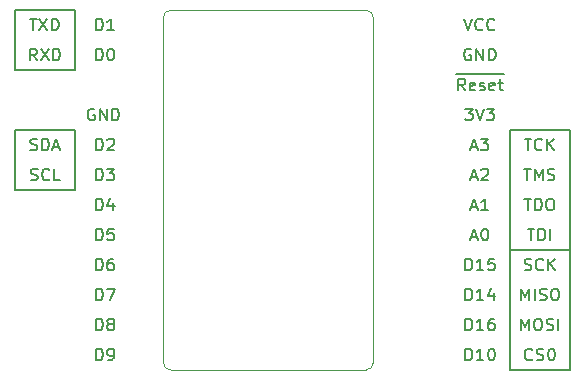
<source format=gbr>
%TF.GenerationSoftware,KiCad,Pcbnew,5.1.5+dfsg1-2~bpo10+1*%
%TF.CreationDate,Date%
%TF.ProjectId,ProMicro_TEST,50726f4d-6963-4726-9f5f-544553542e6b,v1.0*%
%TF.SameCoordinates,Original*%
%TF.FileFunction,Other,Comment*%
%FSLAX45Y45*%
G04 Gerber Fmt 4.5, Leading zero omitted, Abs format (unit mm)*
G04 Created by KiCad*
%MOMM*%
%LPD*%
G04 APERTURE LIST*
%ADD10C,0.100000*%
%ADD11C,0.150000*%
G04 APERTURE END LIST*
D10*
X127000Y2857500D02*
X127000Y-63500D01*
X-1651000Y-63500D02*
X-1651000Y2857500D01*
D11*
X-2400300Y2921000D02*
X-2400300Y2413000D01*
X-2908300Y2921000D02*
X-2400300Y2921000D01*
X-2908300Y2413000D02*
X-2908300Y2921000D01*
X-2400300Y2413000D02*
X-2908300Y2413000D01*
X-2908300Y1905000D02*
X-2400300Y1905000D01*
X-2908300Y1397000D02*
X-2908300Y1905000D01*
X-2400300Y1397000D02*
X-2908300Y1397000D01*
X-2400300Y1905000D02*
X-2400300Y1397000D01*
X1790700Y-127000D02*
X1790700Y889000D01*
X1282700Y-127000D02*
X1790700Y-127000D01*
X1282700Y889000D02*
X1282700Y-127000D01*
X1790700Y1905000D02*
X1282700Y1905000D01*
X1790700Y889000D02*
X1790700Y1905000D01*
X1282700Y889000D02*
X1790700Y889000D01*
X1282700Y1905000D02*
X1282700Y889000D01*
X1408128Y1832762D02*
X1465271Y1832762D01*
X1436700Y1732762D02*
X1436700Y1832762D01*
X1555748Y1742286D02*
X1550986Y1737524D01*
X1536700Y1732762D01*
X1527176Y1732762D01*
X1512890Y1737524D01*
X1503367Y1747048D01*
X1498605Y1756571D01*
X1493843Y1775619D01*
X1493843Y1789905D01*
X1498605Y1808952D01*
X1503367Y1818476D01*
X1512890Y1828000D01*
X1527176Y1832762D01*
X1536700Y1832762D01*
X1550986Y1828000D01*
X1555748Y1823238D01*
X1598605Y1732762D02*
X1598605Y1832762D01*
X1655748Y1732762D02*
X1612890Y1789905D01*
X1655748Y1832762D02*
X1598605Y1775619D01*
X1405748Y1324762D02*
X1462890Y1324762D01*
X1434319Y1224762D02*
X1434319Y1324762D01*
X1496224Y1224762D02*
X1496224Y1324762D01*
X1520033Y1324762D01*
X1534319Y1320000D01*
X1543843Y1310476D01*
X1548605Y1300952D01*
X1553367Y1281905D01*
X1553367Y1267619D01*
X1548605Y1248572D01*
X1543843Y1239048D01*
X1534319Y1229524D01*
X1520033Y1224762D01*
X1496224Y1224762D01*
X1615271Y1324762D02*
X1634319Y1324762D01*
X1643843Y1320000D01*
X1653367Y1310476D01*
X1658128Y1291429D01*
X1658128Y1258095D01*
X1653367Y1239048D01*
X1643843Y1229524D01*
X1634319Y1224762D01*
X1615271Y1224762D01*
X1605748Y1229524D01*
X1596224Y1239048D01*
X1591462Y1258095D01*
X1591462Y1291429D01*
X1596224Y1310476D01*
X1605748Y1320000D01*
X1615271Y1324762D01*
X1403367Y1578762D02*
X1460509Y1578762D01*
X1431938Y1478762D02*
X1431938Y1578762D01*
X1493843Y1478762D02*
X1493843Y1578762D01*
X1527176Y1507333D01*
X1560509Y1578762D01*
X1560509Y1478762D01*
X1603367Y1483524D02*
X1617652Y1478762D01*
X1641462Y1478762D01*
X1650986Y1483524D01*
X1655748Y1488286D01*
X1660509Y1497810D01*
X1660509Y1507333D01*
X1655748Y1516857D01*
X1650986Y1521619D01*
X1641462Y1526381D01*
X1622414Y1531143D01*
X1612890Y1535905D01*
X1608128Y1540667D01*
X1603367Y1550190D01*
X1603367Y1559714D01*
X1608128Y1569238D01*
X1612890Y1574000D01*
X1622414Y1578762D01*
X1646224Y1578762D01*
X1660509Y1574000D01*
X1434319Y1070762D02*
X1491462Y1070762D01*
X1462890Y970762D02*
X1462890Y1070762D01*
X1524795Y970762D02*
X1524795Y1070762D01*
X1548605Y1070762D01*
X1562890Y1066000D01*
X1572414Y1056476D01*
X1577176Y1046952D01*
X1581938Y1027905D01*
X1581938Y1013619D01*
X1577176Y994571D01*
X1572414Y985048D01*
X1562890Y975524D01*
X1548605Y970762D01*
X1524795Y970762D01*
X1624795Y970762D02*
X1624795Y1070762D01*
X1472414Y-35714D02*
X1467652Y-40476D01*
X1453367Y-45238D01*
X1443843Y-45238D01*
X1429557Y-40476D01*
X1420033Y-30952D01*
X1415271Y-21429D01*
X1410509Y-2381D01*
X1410509Y11905D01*
X1415271Y30952D01*
X1420033Y40476D01*
X1429557Y50000D01*
X1443843Y54762D01*
X1453367Y54762D01*
X1467652Y50000D01*
X1472414Y45238D01*
X1510509Y-40476D02*
X1524795Y-45238D01*
X1548605Y-45238D01*
X1558128Y-40476D01*
X1562890Y-35714D01*
X1567652Y-26190D01*
X1567652Y-16667D01*
X1562890Y-7143D01*
X1558128Y-2381D01*
X1548605Y2381D01*
X1529557Y7143D01*
X1520033Y11905D01*
X1515271Y16667D01*
X1510509Y26190D01*
X1510509Y35714D01*
X1515271Y45238D01*
X1520033Y50000D01*
X1529557Y54762D01*
X1553367Y54762D01*
X1567652Y50000D01*
X1629557Y54762D02*
X1639081Y54762D01*
X1648605Y50000D01*
X1653367Y45238D01*
X1658128Y35714D01*
X1662890Y16667D01*
X1662890Y-7143D01*
X1658128Y-26190D01*
X1653367Y-35714D01*
X1648605Y-40476D01*
X1639081Y-45238D01*
X1629557Y-45238D01*
X1620033Y-40476D01*
X1615271Y-35714D01*
X1610509Y-26190D01*
X1605748Y-7143D01*
X1605748Y16667D01*
X1610509Y35714D01*
X1615271Y45238D01*
X1620033Y50000D01*
X1629557Y54762D01*
X1379557Y462762D02*
X1379557Y562762D01*
X1412890Y491333D01*
X1446224Y562762D01*
X1446224Y462762D01*
X1493843Y462762D02*
X1493843Y562762D01*
X1536700Y467524D02*
X1550986Y462762D01*
X1574795Y462762D01*
X1584319Y467524D01*
X1589081Y472286D01*
X1593843Y481810D01*
X1593843Y491333D01*
X1589081Y500857D01*
X1584319Y505619D01*
X1574795Y510381D01*
X1555748Y515143D01*
X1546224Y519905D01*
X1541462Y524667D01*
X1536700Y534191D01*
X1536700Y543714D01*
X1541462Y553238D01*
X1546224Y558000D01*
X1555748Y562762D01*
X1579557Y562762D01*
X1593843Y558000D01*
X1655748Y562762D02*
X1674795Y562762D01*
X1684319Y558000D01*
X1693843Y548476D01*
X1698605Y529429D01*
X1698605Y496095D01*
X1693843Y477048D01*
X1684319Y467524D01*
X1674795Y462762D01*
X1655748Y462762D01*
X1646224Y467524D01*
X1636700Y477048D01*
X1631938Y496095D01*
X1631938Y529429D01*
X1636700Y548476D01*
X1646224Y558000D01*
X1655748Y562762D01*
X1379557Y208762D02*
X1379557Y308762D01*
X1412890Y237333D01*
X1446224Y308762D01*
X1446224Y208762D01*
X1512890Y308762D02*
X1531938Y308762D01*
X1541462Y304000D01*
X1550986Y294476D01*
X1555748Y275429D01*
X1555748Y242095D01*
X1550986Y223048D01*
X1541462Y213524D01*
X1531938Y208762D01*
X1512890Y208762D01*
X1503367Y213524D01*
X1493843Y223048D01*
X1489081Y242095D01*
X1489081Y275429D01*
X1493843Y294476D01*
X1503367Y304000D01*
X1512890Y308762D01*
X1593843Y213524D02*
X1608128Y208762D01*
X1631938Y208762D01*
X1641462Y213524D01*
X1646224Y218286D01*
X1650986Y227810D01*
X1650986Y237333D01*
X1646224Y246857D01*
X1641462Y251619D01*
X1631938Y256381D01*
X1612890Y261143D01*
X1603367Y265905D01*
X1598605Y270667D01*
X1593843Y280191D01*
X1593843Y289714D01*
X1598605Y299238D01*
X1603367Y304000D01*
X1612890Y308762D01*
X1636700Y308762D01*
X1650986Y304000D01*
X1693843Y208762D02*
X1693843Y308762D01*
X1408128Y721524D02*
X1422414Y716762D01*
X1446224Y716762D01*
X1455748Y721524D01*
X1460509Y726286D01*
X1465271Y735810D01*
X1465271Y745333D01*
X1460509Y754857D01*
X1455748Y759619D01*
X1446224Y764381D01*
X1427176Y769143D01*
X1417652Y773905D01*
X1412890Y778667D01*
X1408128Y788190D01*
X1408128Y797714D01*
X1412890Y807238D01*
X1417652Y812000D01*
X1427176Y816762D01*
X1450986Y816762D01*
X1465271Y812000D01*
X1565271Y726286D02*
X1560509Y721524D01*
X1546224Y716762D01*
X1536700Y716762D01*
X1522414Y721524D01*
X1512890Y731048D01*
X1508128Y740571D01*
X1503367Y759619D01*
X1503367Y773905D01*
X1508128Y792952D01*
X1512890Y802476D01*
X1522414Y812000D01*
X1536700Y816762D01*
X1546224Y816762D01*
X1560509Y812000D01*
X1565271Y807238D01*
X1608128Y716762D02*
X1608128Y816762D01*
X1665271Y716762D02*
X1622414Y773905D01*
X1665271Y816762D02*
X1608128Y759619D01*
X957271Y1253333D02*
X1004890Y1253333D01*
X947748Y1224762D02*
X981081Y1324762D01*
X1014414Y1224762D01*
X1100129Y1224762D02*
X1042986Y1224762D01*
X1071557Y1224762D02*
X1071557Y1324762D01*
X1062033Y1310476D01*
X1052510Y1300952D01*
X1042986Y1296191D01*
X904890Y2086762D02*
X966795Y2086762D01*
X933462Y2048667D01*
X947748Y2048667D01*
X957271Y2043905D01*
X962033Y2039143D01*
X966795Y2029619D01*
X966795Y2005810D01*
X962033Y1996286D01*
X957271Y1991524D01*
X947748Y1986762D01*
X919176Y1986762D01*
X909652Y1991524D01*
X904890Y1996286D01*
X995367Y2086762D02*
X1028700Y1986762D01*
X1062033Y2086762D01*
X1085843Y2086762D02*
X1147748Y2086762D01*
X1114414Y2048667D01*
X1128700Y2048667D01*
X1138224Y2043905D01*
X1142986Y2039143D01*
X1147748Y2029619D01*
X1147748Y2005810D01*
X1142986Y1996286D01*
X1138224Y1991524D01*
X1128700Y1986762D01*
X1100129Y1986762D01*
X1090605Y1991524D01*
X1085843Y1996286D01*
X952509Y2590000D02*
X942986Y2594762D01*
X928700Y2594762D01*
X914414Y2590000D01*
X904890Y2580476D01*
X900128Y2570952D01*
X895367Y2551905D01*
X895367Y2537619D01*
X900128Y2518572D01*
X904890Y2509048D01*
X914414Y2499524D01*
X928700Y2494762D01*
X938224Y2494762D01*
X952509Y2499524D01*
X957271Y2504286D01*
X957271Y2537619D01*
X938224Y2537619D01*
X1000128Y2494762D02*
X1000128Y2594762D01*
X1057271Y2494762D01*
X1057271Y2594762D01*
X1104890Y2494762D02*
X1104890Y2594762D01*
X1128700Y2594762D01*
X1142986Y2590000D01*
X1152510Y2580476D01*
X1157271Y2570952D01*
X1162033Y2551905D01*
X1162033Y2537619D01*
X1157271Y2518572D01*
X1152510Y2509048D01*
X1142986Y2499524D01*
X1128700Y2494762D01*
X1104890Y2494762D01*
X823938Y2377500D02*
X923938Y2377500D01*
X904890Y2240762D02*
X871557Y2288381D01*
X847748Y2240762D02*
X847748Y2340762D01*
X885843Y2340762D01*
X895367Y2336000D01*
X900128Y2331238D01*
X904890Y2321714D01*
X904890Y2307429D01*
X900128Y2297905D01*
X895367Y2293143D01*
X885843Y2288381D01*
X847748Y2288381D01*
X923938Y2377500D02*
X1009652Y2377500D01*
X985843Y2245524D02*
X976319Y2240762D01*
X957271Y2240762D01*
X947748Y2245524D01*
X942986Y2255048D01*
X942986Y2293143D01*
X947748Y2302667D01*
X957271Y2307429D01*
X976319Y2307429D01*
X985843Y2302667D01*
X990605Y2293143D01*
X990605Y2283619D01*
X942986Y2274095D01*
X1009652Y2377500D02*
X1090605Y2377500D01*
X1028700Y2245524D02*
X1038224Y2240762D01*
X1057271Y2240762D01*
X1066795Y2245524D01*
X1071557Y2255048D01*
X1071557Y2259810D01*
X1066795Y2269333D01*
X1057271Y2274095D01*
X1042986Y2274095D01*
X1033462Y2278857D01*
X1028700Y2288381D01*
X1028700Y2293143D01*
X1033462Y2302667D01*
X1042986Y2307429D01*
X1057271Y2307429D01*
X1066795Y2302667D01*
X1090605Y2377500D02*
X1176319Y2377500D01*
X1152510Y2245524D02*
X1142986Y2240762D01*
X1123938Y2240762D01*
X1114414Y2245524D01*
X1109652Y2255048D01*
X1109652Y2293143D01*
X1114414Y2302667D01*
X1123938Y2307429D01*
X1142986Y2307429D01*
X1152510Y2302667D01*
X1157271Y2293143D01*
X1157271Y2283619D01*
X1109652Y2274095D01*
X1176319Y2377500D02*
X1233462Y2377500D01*
X1185843Y2307429D02*
X1223938Y2307429D01*
X1200129Y2340762D02*
X1200129Y2255048D01*
X1204890Y2245524D01*
X1214414Y2240762D01*
X1223938Y2240762D01*
X907271Y-45238D02*
X907271Y54762D01*
X931081Y54762D01*
X945367Y50000D01*
X954890Y40476D01*
X959652Y30952D01*
X964414Y11905D01*
X964414Y-2381D01*
X959652Y-21429D01*
X954890Y-30952D01*
X945367Y-40476D01*
X931081Y-45238D01*
X907271Y-45238D01*
X1059652Y-45238D02*
X1002509Y-45238D01*
X1031081Y-45238D02*
X1031081Y54762D01*
X1021557Y40476D01*
X1012033Y30952D01*
X1002509Y26190D01*
X1121557Y54762D02*
X1131081Y54762D01*
X1140605Y50000D01*
X1145367Y45238D01*
X1150129Y35714D01*
X1154890Y16667D01*
X1154890Y-7143D01*
X1150129Y-26190D01*
X1145367Y-35714D01*
X1140605Y-40476D01*
X1131081Y-45238D01*
X1121557Y-45238D01*
X1112033Y-40476D01*
X1107271Y-35714D01*
X1102510Y-26190D01*
X1097748Y-7143D01*
X1097748Y16667D01*
X1102510Y35714D01*
X1107271Y45238D01*
X1112033Y50000D01*
X1121557Y54762D01*
X957271Y1507333D02*
X1004890Y1507333D01*
X947748Y1478762D02*
X981081Y1578762D01*
X1014414Y1478762D01*
X1042986Y1569238D02*
X1047748Y1574000D01*
X1057271Y1578762D01*
X1081081Y1578762D01*
X1090605Y1574000D01*
X1095367Y1569238D01*
X1100129Y1559714D01*
X1100129Y1550190D01*
X1095367Y1535905D01*
X1038224Y1478762D01*
X1100129Y1478762D01*
X895367Y2848762D02*
X928700Y2748762D01*
X962033Y2848762D01*
X1052510Y2758286D02*
X1047748Y2753524D01*
X1033462Y2748762D01*
X1023938Y2748762D01*
X1009652Y2753524D01*
X1000128Y2763048D01*
X995367Y2772572D01*
X990605Y2791619D01*
X990605Y2805905D01*
X995367Y2824952D01*
X1000128Y2834476D01*
X1009652Y2844000D01*
X1023938Y2848762D01*
X1033462Y2848762D01*
X1047748Y2844000D01*
X1052510Y2839238D01*
X1152510Y2758286D02*
X1147748Y2753524D01*
X1133462Y2748762D01*
X1123938Y2748762D01*
X1109652Y2753524D01*
X1100129Y2763048D01*
X1095367Y2772572D01*
X1090605Y2791619D01*
X1090605Y2805905D01*
X1095367Y2824952D01*
X1100129Y2834476D01*
X1109652Y2844000D01*
X1123938Y2848762D01*
X1133462Y2848762D01*
X1147748Y2844000D01*
X1152510Y2839238D01*
X907271Y462762D02*
X907271Y562762D01*
X931081Y562762D01*
X945367Y558000D01*
X954890Y548476D01*
X959652Y538952D01*
X964414Y519905D01*
X964414Y505619D01*
X959652Y486571D01*
X954890Y477048D01*
X945367Y467524D01*
X931081Y462762D01*
X907271Y462762D01*
X1059652Y462762D02*
X1002509Y462762D01*
X1031081Y462762D02*
X1031081Y562762D01*
X1021557Y548476D01*
X1012033Y538952D01*
X1002509Y534191D01*
X1145367Y529429D02*
X1145367Y462762D01*
X1121557Y567524D02*
X1097748Y496095D01*
X1159652Y496095D01*
X907271Y208762D02*
X907271Y308762D01*
X931081Y308762D01*
X945367Y304000D01*
X954890Y294476D01*
X959652Y284952D01*
X964414Y265905D01*
X964414Y251619D01*
X959652Y232571D01*
X954890Y223048D01*
X945367Y213524D01*
X931081Y208762D01*
X907271Y208762D01*
X1059652Y208762D02*
X1002509Y208762D01*
X1031081Y208762D02*
X1031081Y308762D01*
X1021557Y294476D01*
X1012033Y284952D01*
X1002509Y280191D01*
X1145367Y308762D02*
X1126319Y308762D01*
X1116795Y304000D01*
X1112033Y299238D01*
X1102510Y284952D01*
X1097748Y265905D01*
X1097748Y227810D01*
X1102510Y218286D01*
X1107271Y213524D01*
X1116795Y208762D01*
X1135843Y208762D01*
X1145367Y213524D01*
X1150129Y218286D01*
X1154890Y227810D01*
X1154890Y251619D01*
X1150129Y261143D01*
X1145367Y265905D01*
X1135843Y270667D01*
X1116795Y270667D01*
X1107271Y265905D01*
X1102510Y261143D01*
X1097748Y251619D01*
X907271Y716762D02*
X907271Y816762D01*
X931081Y816762D01*
X945367Y812000D01*
X954890Y802476D01*
X959652Y792952D01*
X964414Y773905D01*
X964414Y759619D01*
X959652Y740571D01*
X954890Y731048D01*
X945367Y721524D01*
X931081Y716762D01*
X907271Y716762D01*
X1059652Y716762D02*
X1002509Y716762D01*
X1031081Y716762D02*
X1031081Y816762D01*
X1021557Y802476D01*
X1012033Y792952D01*
X1002509Y788190D01*
X1150129Y816762D02*
X1102510Y816762D01*
X1097748Y769143D01*
X1102510Y773905D01*
X1112033Y778667D01*
X1135843Y778667D01*
X1145367Y773905D01*
X1150129Y769143D01*
X1154890Y759619D01*
X1154890Y735810D01*
X1150129Y726286D01*
X1145367Y721524D01*
X1135843Y716762D01*
X1112033Y716762D01*
X1102510Y721524D01*
X1097748Y726286D01*
X957271Y1761333D02*
X1004890Y1761333D01*
X947748Y1732762D02*
X981081Y1832762D01*
X1014414Y1732762D01*
X1038224Y1832762D02*
X1100129Y1832762D01*
X1066795Y1794667D01*
X1081081Y1794667D01*
X1090605Y1789905D01*
X1095367Y1785143D01*
X1100129Y1775619D01*
X1100129Y1751810D01*
X1095367Y1742286D01*
X1090605Y1737524D01*
X1081081Y1732762D01*
X1052510Y1732762D01*
X1042986Y1737524D01*
X1038224Y1742286D01*
X957271Y999333D02*
X1004890Y999333D01*
X947748Y970762D02*
X981081Y1070762D01*
X1014414Y970762D01*
X1066795Y1070762D02*
X1076319Y1070762D01*
X1085843Y1066000D01*
X1090605Y1061238D01*
X1095367Y1051714D01*
X1100129Y1032667D01*
X1100129Y1008857D01*
X1095367Y989810D01*
X1090605Y980286D01*
X1085843Y975524D01*
X1076319Y970762D01*
X1066795Y970762D01*
X1057271Y975524D01*
X1052510Y980286D01*
X1047748Y989810D01*
X1042986Y1008857D01*
X1042986Y1032667D01*
X1047748Y1051714D01*
X1052510Y1061238D01*
X1057271Y1066000D01*
X1066795Y1070762D01*
X-2220110Y-45238D02*
X-2220110Y54762D01*
X-2196300Y54762D01*
X-2182014Y50000D01*
X-2172491Y40476D01*
X-2167729Y30952D01*
X-2162967Y11905D01*
X-2162967Y-2381D01*
X-2167729Y-21429D01*
X-2172491Y-30952D01*
X-2182014Y-40476D01*
X-2196300Y-45238D01*
X-2220110Y-45238D01*
X-2115348Y-45238D02*
X-2096300Y-45238D01*
X-2086776Y-40476D01*
X-2082014Y-35714D01*
X-2072490Y-21429D01*
X-2067729Y-2381D01*
X-2067729Y35714D01*
X-2072490Y45238D01*
X-2077252Y50000D01*
X-2086776Y54762D01*
X-2105824Y54762D01*
X-2115348Y50000D01*
X-2120110Y45238D01*
X-2124872Y35714D01*
X-2124872Y11905D01*
X-2120110Y2381D01*
X-2115348Y-2381D01*
X-2105824Y-7143D01*
X-2086776Y-7143D01*
X-2077252Y-2381D01*
X-2072490Y2381D01*
X-2067729Y11905D01*
X-2220110Y208762D02*
X-2220110Y308762D01*
X-2196300Y308762D01*
X-2182014Y304000D01*
X-2172491Y294476D01*
X-2167729Y284952D01*
X-2162967Y265905D01*
X-2162967Y251619D01*
X-2167729Y232571D01*
X-2172491Y223048D01*
X-2182014Y213524D01*
X-2196300Y208762D01*
X-2220110Y208762D01*
X-2105824Y265905D02*
X-2115348Y270667D01*
X-2120110Y275429D01*
X-2124872Y284952D01*
X-2124872Y289714D01*
X-2120110Y299238D01*
X-2115348Y304000D01*
X-2105824Y308762D01*
X-2086776Y308762D01*
X-2077252Y304000D01*
X-2072490Y299238D01*
X-2067729Y289714D01*
X-2067729Y284952D01*
X-2072490Y275429D01*
X-2077252Y270667D01*
X-2086776Y265905D01*
X-2105824Y265905D01*
X-2115348Y261143D01*
X-2120110Y256381D01*
X-2124872Y246857D01*
X-2124872Y227810D01*
X-2120110Y218286D01*
X-2115348Y213524D01*
X-2105824Y208762D01*
X-2086776Y208762D01*
X-2077252Y213524D01*
X-2072490Y218286D01*
X-2067729Y227810D01*
X-2067729Y246857D01*
X-2072490Y256381D01*
X-2077252Y261143D01*
X-2086776Y265905D01*
X-2220110Y716762D02*
X-2220110Y816762D01*
X-2196300Y816762D01*
X-2182014Y812000D01*
X-2172491Y802476D01*
X-2167729Y792952D01*
X-2162967Y773905D01*
X-2162967Y759619D01*
X-2167729Y740571D01*
X-2172491Y731048D01*
X-2182014Y721524D01*
X-2196300Y716762D01*
X-2220110Y716762D01*
X-2077252Y816762D02*
X-2096300Y816762D01*
X-2105824Y812000D01*
X-2110586Y807238D01*
X-2120110Y792952D01*
X-2124872Y773905D01*
X-2124872Y735810D01*
X-2120110Y726286D01*
X-2115348Y721524D01*
X-2105824Y716762D01*
X-2086776Y716762D01*
X-2077252Y721524D01*
X-2072490Y726286D01*
X-2067729Y735810D01*
X-2067729Y759619D01*
X-2072490Y769143D01*
X-2077252Y773905D01*
X-2086776Y778667D01*
X-2105824Y778667D01*
X-2115348Y773905D01*
X-2120110Y769143D01*
X-2124872Y759619D01*
X-2220110Y462762D02*
X-2220110Y562762D01*
X-2196300Y562762D01*
X-2182014Y558000D01*
X-2172491Y548476D01*
X-2167729Y538952D01*
X-2162967Y519905D01*
X-2162967Y505619D01*
X-2167729Y486571D01*
X-2172491Y477048D01*
X-2182014Y467524D01*
X-2196300Y462762D01*
X-2220110Y462762D01*
X-2129633Y562762D02*
X-2062967Y562762D01*
X-2105824Y462762D01*
X-2220110Y970762D02*
X-2220110Y1070762D01*
X-2196300Y1070762D01*
X-2182014Y1066000D01*
X-2172491Y1056476D01*
X-2167729Y1046952D01*
X-2162967Y1027905D01*
X-2162967Y1013619D01*
X-2167729Y994571D01*
X-2172491Y985048D01*
X-2182014Y975524D01*
X-2196300Y970762D01*
X-2220110Y970762D01*
X-2072490Y1070762D02*
X-2120110Y1070762D01*
X-2124872Y1023143D01*
X-2120110Y1027905D01*
X-2110586Y1032667D01*
X-2086776Y1032667D01*
X-2077252Y1027905D01*
X-2072490Y1023143D01*
X-2067729Y1013619D01*
X-2067729Y989810D01*
X-2072490Y980286D01*
X-2077252Y975524D01*
X-2086776Y970762D01*
X-2110586Y970762D01*
X-2120110Y975524D01*
X-2124872Y980286D01*
X-2220110Y1224762D02*
X-2220110Y1324762D01*
X-2196300Y1324762D01*
X-2182014Y1320000D01*
X-2172491Y1310476D01*
X-2167729Y1300952D01*
X-2162967Y1281905D01*
X-2162967Y1267619D01*
X-2167729Y1248572D01*
X-2172491Y1239048D01*
X-2182014Y1229524D01*
X-2196300Y1224762D01*
X-2220110Y1224762D01*
X-2077252Y1291429D02*
X-2077252Y1224762D01*
X-2101062Y1329524D02*
X-2124872Y1258095D01*
X-2062967Y1258095D01*
X-2773348Y1483524D02*
X-2759062Y1478762D01*
X-2735252Y1478762D01*
X-2725729Y1483524D01*
X-2720967Y1488286D01*
X-2716205Y1497810D01*
X-2716205Y1507333D01*
X-2720967Y1516857D01*
X-2725729Y1521619D01*
X-2735252Y1526381D01*
X-2754300Y1531143D01*
X-2763824Y1535905D01*
X-2768586Y1540667D01*
X-2773348Y1550190D01*
X-2773348Y1559714D01*
X-2768586Y1569238D01*
X-2763824Y1574000D01*
X-2754300Y1578762D01*
X-2730491Y1578762D01*
X-2716205Y1574000D01*
X-2616205Y1488286D02*
X-2620967Y1483524D01*
X-2635252Y1478762D01*
X-2644776Y1478762D01*
X-2659062Y1483524D01*
X-2668586Y1493048D01*
X-2673348Y1502571D01*
X-2678110Y1521619D01*
X-2678110Y1535905D01*
X-2673348Y1554952D01*
X-2668586Y1564476D01*
X-2659062Y1574000D01*
X-2644776Y1578762D01*
X-2635252Y1578762D01*
X-2620967Y1574000D01*
X-2616205Y1569238D01*
X-2525729Y1478762D02*
X-2573348Y1478762D01*
X-2573348Y1578762D01*
X-2775729Y1737524D02*
X-2761443Y1732762D01*
X-2737633Y1732762D01*
X-2728110Y1737524D01*
X-2723348Y1742286D01*
X-2718586Y1751810D01*
X-2718586Y1761333D01*
X-2723348Y1770857D01*
X-2728110Y1775619D01*
X-2737633Y1780381D01*
X-2756681Y1785143D01*
X-2766205Y1789905D01*
X-2770967Y1794667D01*
X-2775729Y1804190D01*
X-2775729Y1813714D01*
X-2770967Y1823238D01*
X-2766205Y1828000D01*
X-2756681Y1832762D01*
X-2732872Y1832762D01*
X-2718586Y1828000D01*
X-2675729Y1732762D02*
X-2675729Y1832762D01*
X-2651919Y1832762D01*
X-2637633Y1828000D01*
X-2628110Y1818476D01*
X-2623348Y1808952D01*
X-2618586Y1789905D01*
X-2618586Y1775619D01*
X-2623348Y1756571D01*
X-2628110Y1747048D01*
X-2637633Y1737524D01*
X-2651919Y1732762D01*
X-2675729Y1732762D01*
X-2580491Y1761333D02*
X-2532872Y1761333D01*
X-2590014Y1732762D02*
X-2556681Y1832762D01*
X-2523348Y1732762D01*
X-2220110Y1478762D02*
X-2220110Y1578762D01*
X-2196300Y1578762D01*
X-2182014Y1574000D01*
X-2172491Y1564476D01*
X-2167729Y1554952D01*
X-2162967Y1535905D01*
X-2162967Y1521619D01*
X-2167729Y1502571D01*
X-2172491Y1493048D01*
X-2182014Y1483524D01*
X-2196300Y1478762D01*
X-2220110Y1478762D01*
X-2129633Y1578762D02*
X-2067729Y1578762D01*
X-2101062Y1540667D01*
X-2086776Y1540667D01*
X-2077252Y1535905D01*
X-2072490Y1531143D01*
X-2067729Y1521619D01*
X-2067729Y1497810D01*
X-2072490Y1488286D01*
X-2077252Y1483524D01*
X-2086776Y1478762D01*
X-2115348Y1478762D01*
X-2124872Y1483524D01*
X-2129633Y1488286D01*
X-2220110Y1732762D02*
X-2220110Y1832762D01*
X-2196300Y1832762D01*
X-2182014Y1828000D01*
X-2172491Y1818476D01*
X-2167729Y1808952D01*
X-2162967Y1789905D01*
X-2162967Y1775619D01*
X-2167729Y1756571D01*
X-2172491Y1747048D01*
X-2182014Y1737524D01*
X-2196300Y1732762D01*
X-2220110Y1732762D01*
X-2124872Y1823238D02*
X-2120110Y1828000D01*
X-2110586Y1832762D01*
X-2086776Y1832762D01*
X-2077252Y1828000D01*
X-2072490Y1823238D01*
X-2067729Y1813714D01*
X-2067729Y1804190D01*
X-2072490Y1789905D01*
X-2129633Y1732762D01*
X-2067729Y1732762D01*
X-2235191Y2082000D02*
X-2244714Y2086762D01*
X-2259000Y2086762D01*
X-2273286Y2082000D01*
X-2282810Y2072476D01*
X-2287572Y2062952D01*
X-2292333Y2043905D01*
X-2292333Y2029619D01*
X-2287572Y2010571D01*
X-2282810Y2001048D01*
X-2273286Y1991524D01*
X-2259000Y1986762D01*
X-2249476Y1986762D01*
X-2235191Y1991524D01*
X-2230429Y1996286D01*
X-2230429Y2029619D01*
X-2249476Y2029619D01*
X-2187572Y1986762D02*
X-2187572Y2086762D01*
X-2130429Y1986762D01*
X-2130429Y2086762D01*
X-2082810Y1986762D02*
X-2082810Y2086762D01*
X-2059000Y2086762D01*
X-2044714Y2082000D01*
X-2035190Y2072476D01*
X-2030429Y2062952D01*
X-2025667Y2043905D01*
X-2025667Y2029619D01*
X-2030429Y2010571D01*
X-2035190Y2001048D01*
X-2044714Y1991524D01*
X-2059000Y1986762D01*
X-2082810Y1986762D01*
X-2720967Y2494762D02*
X-2754300Y2542381D01*
X-2778110Y2494762D02*
X-2778110Y2594762D01*
X-2740014Y2594762D01*
X-2730491Y2590000D01*
X-2725729Y2585238D01*
X-2720967Y2575714D01*
X-2720967Y2561429D01*
X-2725729Y2551905D01*
X-2730491Y2547143D01*
X-2740014Y2542381D01*
X-2778110Y2542381D01*
X-2687633Y2594762D02*
X-2620967Y2494762D01*
X-2620967Y2594762D02*
X-2687633Y2494762D01*
X-2582872Y2494762D02*
X-2582872Y2594762D01*
X-2559062Y2594762D01*
X-2544776Y2590000D01*
X-2535252Y2580476D01*
X-2530491Y2570952D01*
X-2525729Y2551905D01*
X-2525729Y2537619D01*
X-2530491Y2518572D01*
X-2535252Y2509048D01*
X-2544776Y2499524D01*
X-2559062Y2494762D01*
X-2582872Y2494762D01*
X-2780491Y2848762D02*
X-2723348Y2848762D01*
X-2751919Y2748762D02*
X-2751919Y2848762D01*
X-2699538Y2848762D02*
X-2632872Y2748762D01*
X-2632872Y2848762D02*
X-2699538Y2748762D01*
X-2594776Y2748762D02*
X-2594776Y2848762D01*
X-2570967Y2848762D01*
X-2556681Y2844000D01*
X-2547157Y2834476D01*
X-2542395Y2824952D01*
X-2537633Y2805905D01*
X-2537633Y2791619D01*
X-2542395Y2772572D01*
X-2547157Y2763048D01*
X-2556681Y2753524D01*
X-2570967Y2748762D01*
X-2594776Y2748762D01*
X-2220110Y2748762D02*
X-2220110Y2848762D01*
X-2196300Y2848762D01*
X-2182014Y2844000D01*
X-2172491Y2834476D01*
X-2167729Y2824952D01*
X-2162967Y2805905D01*
X-2162967Y2791619D01*
X-2167729Y2772572D01*
X-2172491Y2763048D01*
X-2182014Y2753524D01*
X-2196300Y2748762D01*
X-2220110Y2748762D01*
X-2067729Y2748762D02*
X-2124872Y2748762D01*
X-2096300Y2748762D02*
X-2096300Y2848762D01*
X-2105824Y2834476D01*
X-2115348Y2824952D01*
X-2124872Y2820190D01*
X-2220110Y2494762D02*
X-2220110Y2594762D01*
X-2196300Y2594762D01*
X-2182014Y2590000D01*
X-2172491Y2580476D01*
X-2167729Y2570952D01*
X-2162967Y2551905D01*
X-2162967Y2537619D01*
X-2167729Y2518572D01*
X-2172491Y2509048D01*
X-2182014Y2499524D01*
X-2196300Y2494762D01*
X-2220110Y2494762D01*
X-2101062Y2594762D02*
X-2091538Y2594762D01*
X-2082014Y2590000D01*
X-2077252Y2585238D01*
X-2072490Y2575714D01*
X-2067729Y2556667D01*
X-2067729Y2532857D01*
X-2072490Y2513810D01*
X-2077252Y2504286D01*
X-2082014Y2499524D01*
X-2091538Y2494762D01*
X-2101062Y2494762D01*
X-2110586Y2499524D01*
X-2115348Y2504286D01*
X-2120110Y2513810D01*
X-2124872Y2532857D01*
X-2124872Y2556667D01*
X-2120110Y2575714D01*
X-2115348Y2585238D01*
X-2110586Y2590000D01*
X-2101062Y2594762D01*
D10*
X-1587500Y-127000D02*
G75*
G02X-1651000Y-63500I0J63500D01*
G01*
X127000Y-63500D02*
G75*
G02X63500Y-127000I-63500J0D01*
G01*
X63500Y2921000D02*
G75*
G02X127000Y2857500I0J-63500D01*
G01*
X-1651000Y2857500D02*
G75*
G02X-1587500Y2921000I63500J0D01*
G01*
X63500Y-127000D02*
X-1587500Y-127000D01*
X-1587500Y2921000D02*
X63500Y2921000D01*
M02*

</source>
